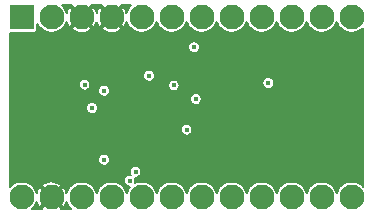
<source format=gbr>
%TF.GenerationSoftware,KiCad,Pcbnew,5.1.9+dfsg1-1~bpo10+1*%
%TF.CreationDate,Date%
%TF.ProjectId,LORA,4c4f5241-2e6b-4696-9361-645f70636258,v1.3*%
%TF.SameCoordinates,Original*%
%TF.FileFunction,Copper,L2,Inr*%
%TF.FilePolarity,Positive*%
%FSLAX46Y46*%
G04 Gerber Fmt 4.6, Leading zero omitted, Abs format (unit mm)*
G04 Created by KiCad*
%MOMM*%
%LPD*%
G01*
G04 APERTURE LIST*
%TA.AperFunction,ComponentPad*%
%ADD10R,2.100000X2.100000*%
%TD*%
%TA.AperFunction,ComponentPad*%
%ADD11C,2.100000*%
%TD*%
%TA.AperFunction,ViaPad*%
%ADD12C,0.450000*%
%TD*%
%TA.AperFunction,Conductor*%
%ADD13C,0.150000*%
%TD*%
%TA.AperFunction,Conductor*%
%ADD14C,0.100000*%
%TD*%
G04 APERTURE END LIST*
D10*
%TO.N,N/C*%
%TO.C,A1*%
X0Y0D03*
D11*
X2540000Y0D03*
%TO.N,GND*%
X5080000Y0D03*
%TO.N,CS0*%
X27940000Y-15240000D03*
%TO.N,GND*%
X7620000Y0D03*
%TO.N,COPI*%
X25400000Y-15240000D03*
%TO.N,N/C*%
X10160000Y0D03*
%TO.N,CIPO*%
X22860000Y-15240000D03*
%TO.N,N/C*%
X12700000Y0D03*
%TO.N,SCK*%
X20320000Y-15240000D03*
%TO.N,N/C*%
X15240000Y0D03*
X17780000Y-15240000D03*
%TO.N,DIO1*%
X17780000Y0D03*
%TO.N,N/C*%
X15240000Y-15240000D03*
X20320000Y0D03*
X12700000Y-15240000D03*
%TO.N,DIO0*%
X22860000Y0D03*
%TO.N,N/C*%
X10160000Y-15240000D03*
%TO.N,RFRST*%
X25400000Y0D03*
%TO.N,+3V3*%
X7620000Y-15240000D03*
%TO.N,N/C*%
X27940000Y0D03*
X5080000Y-15240000D03*
%TO.N,GND*%
X2540000Y-15240000D03*
%TO.N,N/C*%
X0Y-15240000D03*
%TD*%
D12*
%TO.N,GND*%
X3810000Y-13335000D03*
X2540000Y-1905000D03*
X1270000Y-13970000D03*
X0Y-12700000D03*
X2540000Y-11430000D03*
X2540000Y-9525000D03*
X2540000Y-7620000D03*
X2540000Y-5715000D03*
X0Y-2540000D03*
X19939000Y-7620000D03*
X18288000Y-8890000D03*
X19939000Y-8890000D03*
X21082000Y-12319000D03*
X22225000Y-12319000D03*
X23495000Y-12319000D03*
X8191500Y-12890500D03*
X13970000Y-8255000D03*
X13990616Y-10536216D03*
X13208000Y-3810000D03*
X19939000Y-6477000D03*
X24638000Y-6858000D03*
X24638000Y-8382000D03*
X24765000Y-12319000D03*
X26162000Y-12319000D03*
X3810000Y-1143000D03*
X26670000Y-2540000D03*
X13970000Y-1143000D03*
X16510000Y-1143000D03*
X22225000Y-4445000D03*
X24130000Y-2540000D03*
X15240000Y-3810000D03*
X22225000Y-6667500D03*
X13970000Y-7264400D03*
X3810000Y-5715000D03*
X3810000Y-7620000D03*
X3810000Y-9525000D03*
X11430000Y-7620000D03*
X8890000Y-7620000D03*
X8890000Y-10160000D03*
X11430000Y-10160000D03*
X11430000Y-1143000D03*
X2540000Y-3810000D03*
X18669000Y-11811000D03*
X4064000Y-12446000D03*
X4064000Y-11303000D03*
X18415000Y-3683000D03*
X19939000Y-3683000D03*
X6731000Y-3175000D03*
X15240000Y-5334000D03*
X19050000Y-1143000D03*
X10922000Y-3810000D03*
X24638000Y-6096000D03*
X24638000Y-9144000D03*
%TO.N,+3V3*%
X13970000Y-9525000D03*
X6985000Y-12065000D03*
X20891500Y-5562600D03*
X10795000Y-4953000D03*
X12890500Y-5778500D03*
X14755000Y-6931800D03*
%TO.N,Net-(JP1-Pad1)*%
X14605000Y-2540000D03*
X5969000Y-7679990D03*
%TO.N,CIPO*%
X9652000Y-13081000D03*
%TO.N,SCK*%
X9143990Y-13843000D03*
%TO.N,DIO0*%
X5334000Y-5715000D03*
%TO.N,RFRST*%
X6985000Y-6223000D03*
%TD*%
D13*
%TO.N,GND*%
X4241773Y944293D02*
X5080000Y106066D01*
X5918227Y944293D01*
X5884205Y995000D01*
X6815795Y995000D01*
X6781773Y944293D01*
X7620000Y106066D01*
X8458227Y944293D01*
X8424205Y995000D01*
X9281167Y995000D01*
X9130805Y844638D01*
X8985800Y627623D01*
X8886836Y388703D01*
X8841177Y530455D01*
X8739508Y720666D01*
X8564293Y838227D01*
X7726066Y0D01*
X8564293Y-838227D01*
X8739508Y-720666D01*
X8858592Y-488414D01*
X8886926Y-388919D01*
X8985800Y-627623D01*
X9130805Y-844638D01*
X9315362Y-1029195D01*
X9532377Y-1174200D01*
X9773512Y-1274081D01*
X10029499Y-1325000D01*
X10290501Y-1325000D01*
X10546488Y-1274081D01*
X10787623Y-1174200D01*
X11004638Y-1029195D01*
X11189195Y-844638D01*
X11334200Y-627623D01*
X11430000Y-396340D01*
X11525800Y-627623D01*
X11670805Y-844638D01*
X11855362Y-1029195D01*
X12072377Y-1174200D01*
X12313512Y-1274081D01*
X12569499Y-1325000D01*
X12830501Y-1325000D01*
X13086488Y-1274081D01*
X13327623Y-1174200D01*
X13544638Y-1029195D01*
X13729195Y-844638D01*
X13874200Y-627623D01*
X13970000Y-396340D01*
X14065800Y-627623D01*
X14210805Y-844638D01*
X14395362Y-1029195D01*
X14612377Y-1174200D01*
X14853512Y-1274081D01*
X15109499Y-1325000D01*
X15370501Y-1325000D01*
X15626488Y-1274081D01*
X15867623Y-1174200D01*
X16084638Y-1029195D01*
X16269195Y-844638D01*
X16414200Y-627623D01*
X16510000Y-396340D01*
X16605800Y-627623D01*
X16750805Y-844638D01*
X16935362Y-1029195D01*
X17152377Y-1174200D01*
X17393512Y-1274081D01*
X17649499Y-1325000D01*
X17910501Y-1325000D01*
X18166488Y-1274081D01*
X18407623Y-1174200D01*
X18624638Y-1029195D01*
X18809195Y-844638D01*
X18954200Y-627623D01*
X19050000Y-396340D01*
X19145800Y-627623D01*
X19290805Y-844638D01*
X19475362Y-1029195D01*
X19692377Y-1174200D01*
X19933512Y-1274081D01*
X20189499Y-1325000D01*
X20450501Y-1325000D01*
X20706488Y-1274081D01*
X20947623Y-1174200D01*
X21164638Y-1029195D01*
X21349195Y-844638D01*
X21494200Y-627623D01*
X21590000Y-396340D01*
X21685800Y-627623D01*
X21830805Y-844638D01*
X22015362Y-1029195D01*
X22232377Y-1174200D01*
X22473512Y-1274081D01*
X22729499Y-1325000D01*
X22990501Y-1325000D01*
X23246488Y-1274081D01*
X23487623Y-1174200D01*
X23704638Y-1029195D01*
X23889195Y-844638D01*
X24034200Y-627623D01*
X24130000Y-396340D01*
X24225800Y-627623D01*
X24370805Y-844638D01*
X24555362Y-1029195D01*
X24772377Y-1174200D01*
X25013512Y-1274081D01*
X25269499Y-1325000D01*
X25530501Y-1325000D01*
X25786488Y-1274081D01*
X26027623Y-1174200D01*
X26244638Y-1029195D01*
X26429195Y-844638D01*
X26574200Y-627623D01*
X26670000Y-396340D01*
X26765800Y-627623D01*
X26910805Y-844638D01*
X27095362Y-1029195D01*
X27312377Y-1174200D01*
X27553512Y-1274081D01*
X27809499Y-1325000D01*
X28070501Y-1325000D01*
X28326488Y-1274081D01*
X28567623Y-1174200D01*
X28784638Y-1029195D01*
X28935000Y-878833D01*
X28935001Y-14361168D01*
X28784638Y-14210805D01*
X28567623Y-14065800D01*
X28326488Y-13965919D01*
X28070501Y-13915000D01*
X27809499Y-13915000D01*
X27553512Y-13965919D01*
X27312377Y-14065800D01*
X27095362Y-14210805D01*
X26910805Y-14395362D01*
X26765800Y-14612377D01*
X26670000Y-14843660D01*
X26574200Y-14612377D01*
X26429195Y-14395362D01*
X26244638Y-14210805D01*
X26027623Y-14065800D01*
X25786488Y-13965919D01*
X25530501Y-13915000D01*
X25269499Y-13915000D01*
X25013512Y-13965919D01*
X24772377Y-14065800D01*
X24555362Y-14210805D01*
X24370805Y-14395362D01*
X24225800Y-14612377D01*
X24130000Y-14843660D01*
X24034200Y-14612377D01*
X23889195Y-14395362D01*
X23704638Y-14210805D01*
X23487623Y-14065800D01*
X23246488Y-13965919D01*
X22990501Y-13915000D01*
X22729499Y-13915000D01*
X22473512Y-13965919D01*
X22232377Y-14065800D01*
X22015362Y-14210805D01*
X21830805Y-14395362D01*
X21685800Y-14612377D01*
X21590000Y-14843660D01*
X21494200Y-14612377D01*
X21349195Y-14395362D01*
X21164638Y-14210805D01*
X20947623Y-14065800D01*
X20706488Y-13965919D01*
X20450501Y-13915000D01*
X20189499Y-13915000D01*
X19933512Y-13965919D01*
X19692377Y-14065800D01*
X19475362Y-14210805D01*
X19290805Y-14395362D01*
X19145800Y-14612377D01*
X19050000Y-14843660D01*
X18954200Y-14612377D01*
X18809195Y-14395362D01*
X18624638Y-14210805D01*
X18407623Y-14065800D01*
X18166488Y-13965919D01*
X17910501Y-13915000D01*
X17649499Y-13915000D01*
X17393512Y-13965919D01*
X17152377Y-14065800D01*
X16935362Y-14210805D01*
X16750805Y-14395362D01*
X16605800Y-14612377D01*
X16510000Y-14843660D01*
X16414200Y-14612377D01*
X16269195Y-14395362D01*
X16084638Y-14210805D01*
X15867623Y-14065800D01*
X15626488Y-13965919D01*
X15370501Y-13915000D01*
X15109499Y-13915000D01*
X14853512Y-13965919D01*
X14612377Y-14065800D01*
X14395362Y-14210805D01*
X14210805Y-14395362D01*
X14065800Y-14612377D01*
X13970000Y-14843660D01*
X13874200Y-14612377D01*
X13729195Y-14395362D01*
X13544638Y-14210805D01*
X13327623Y-14065800D01*
X13086488Y-13965919D01*
X12830501Y-13915000D01*
X12569499Y-13915000D01*
X12313512Y-13965919D01*
X12072377Y-14065800D01*
X11855362Y-14210805D01*
X11670805Y-14395362D01*
X11525800Y-14612377D01*
X11430000Y-14843660D01*
X11334200Y-14612377D01*
X11189195Y-14395362D01*
X11004638Y-14210805D01*
X10787623Y-14065800D01*
X10546488Y-13965919D01*
X10290501Y-13915000D01*
X10029499Y-13915000D01*
X9773512Y-13965919D01*
X9605434Y-14035539D01*
X9624775Y-13988845D01*
X9643990Y-13892246D01*
X9643990Y-13793754D01*
X9624775Y-13697155D01*
X9587084Y-13606161D01*
X9565293Y-13573548D01*
X9602754Y-13581000D01*
X9701246Y-13581000D01*
X9797845Y-13561785D01*
X9888839Y-13524094D01*
X9970731Y-13469375D01*
X10040375Y-13399731D01*
X10095094Y-13317839D01*
X10132785Y-13226845D01*
X10152000Y-13130246D01*
X10152000Y-13031754D01*
X10132785Y-12935155D01*
X10095094Y-12844161D01*
X10040375Y-12762269D01*
X9970731Y-12692625D01*
X9888839Y-12637906D01*
X9797845Y-12600215D01*
X9701246Y-12581000D01*
X9602754Y-12581000D01*
X9506155Y-12600215D01*
X9415161Y-12637906D01*
X9333269Y-12692625D01*
X9263625Y-12762269D01*
X9208906Y-12844161D01*
X9171215Y-12935155D01*
X9152000Y-13031754D01*
X9152000Y-13130246D01*
X9171215Y-13226845D01*
X9208906Y-13317839D01*
X9230697Y-13350452D01*
X9193236Y-13343000D01*
X9094744Y-13343000D01*
X8998145Y-13362215D01*
X8907151Y-13399906D01*
X8825259Y-13454625D01*
X8755615Y-13524269D01*
X8700896Y-13606161D01*
X8663205Y-13697155D01*
X8643990Y-13793754D01*
X8643990Y-13892246D01*
X8663205Y-13988845D01*
X8700896Y-14079839D01*
X8755615Y-14161731D01*
X8825259Y-14231375D01*
X8907151Y-14286094D01*
X8998145Y-14323785D01*
X9094744Y-14343000D01*
X9183167Y-14343000D01*
X9130805Y-14395362D01*
X8985800Y-14612377D01*
X8890000Y-14843660D01*
X8794200Y-14612377D01*
X8649195Y-14395362D01*
X8464638Y-14210805D01*
X8247623Y-14065800D01*
X8006488Y-13965919D01*
X7750501Y-13915000D01*
X7489499Y-13915000D01*
X7233512Y-13965919D01*
X6992377Y-14065800D01*
X6775362Y-14210805D01*
X6590805Y-14395362D01*
X6445800Y-14612377D01*
X6350000Y-14843660D01*
X6254200Y-14612377D01*
X6109195Y-14395362D01*
X5924638Y-14210805D01*
X5707623Y-14065800D01*
X5466488Y-13965919D01*
X5210501Y-13915000D01*
X4949499Y-13915000D01*
X4693512Y-13965919D01*
X4452377Y-14065800D01*
X4235362Y-14210805D01*
X4050805Y-14395362D01*
X3905800Y-14612377D01*
X3806836Y-14851297D01*
X3761177Y-14709545D01*
X3659508Y-14519334D01*
X3484293Y-14401773D01*
X2646066Y-15240000D01*
X3484293Y-16078227D01*
X3659508Y-15960666D01*
X3778592Y-15728414D01*
X3806926Y-15628919D01*
X3905800Y-15867623D01*
X4050805Y-16084638D01*
X4201167Y-16235000D01*
X3344205Y-16235000D01*
X3378227Y-16184293D01*
X2540000Y-15346066D01*
X1701773Y-16184293D01*
X1735795Y-16235000D01*
X878833Y-16235000D01*
X1029195Y-16084638D01*
X1174200Y-15867623D01*
X1273164Y-15628703D01*
X1318823Y-15770455D01*
X1420492Y-15960666D01*
X1595707Y-16078227D01*
X2433934Y-15240000D01*
X1595707Y-14401773D01*
X1420492Y-14519334D01*
X1301408Y-14751586D01*
X1273074Y-14851081D01*
X1174200Y-14612377D01*
X1029195Y-14395362D01*
X929540Y-14295707D01*
X1701773Y-14295707D01*
X2540000Y-15133934D01*
X3378227Y-14295707D01*
X3260666Y-14120492D01*
X3028414Y-14001408D01*
X2777392Y-13929923D01*
X2517247Y-13908783D01*
X2257977Y-13938801D01*
X2009545Y-14018823D01*
X1819334Y-14120492D01*
X1701773Y-14295707D01*
X929540Y-14295707D01*
X844638Y-14210805D01*
X627623Y-14065800D01*
X386488Y-13965919D01*
X130501Y-13915000D01*
X-130501Y-13915000D01*
X-386488Y-13965919D01*
X-627623Y-14065800D01*
X-844638Y-14210805D01*
X-995000Y-14361167D01*
X-995000Y-12015754D01*
X6485000Y-12015754D01*
X6485000Y-12114246D01*
X6504215Y-12210845D01*
X6541906Y-12301839D01*
X6596625Y-12383731D01*
X6666269Y-12453375D01*
X6748161Y-12508094D01*
X6839155Y-12545785D01*
X6935754Y-12565000D01*
X7034246Y-12565000D01*
X7130845Y-12545785D01*
X7221839Y-12508094D01*
X7303731Y-12453375D01*
X7373375Y-12383731D01*
X7428094Y-12301839D01*
X7465785Y-12210845D01*
X7485000Y-12114246D01*
X7485000Y-12015754D01*
X7465785Y-11919155D01*
X7428094Y-11828161D01*
X7373375Y-11746269D01*
X7303731Y-11676625D01*
X7221839Y-11621906D01*
X7130845Y-11584215D01*
X7034246Y-11565000D01*
X6935754Y-11565000D01*
X6839155Y-11584215D01*
X6748161Y-11621906D01*
X6666269Y-11676625D01*
X6596625Y-11746269D01*
X6541906Y-11828161D01*
X6504215Y-11919155D01*
X6485000Y-12015754D01*
X-995000Y-12015754D01*
X-995000Y-9475754D01*
X13470000Y-9475754D01*
X13470000Y-9574246D01*
X13489215Y-9670845D01*
X13526906Y-9761839D01*
X13581625Y-9843731D01*
X13651269Y-9913375D01*
X13733161Y-9968094D01*
X13824155Y-10005785D01*
X13920754Y-10025000D01*
X14019246Y-10025000D01*
X14115845Y-10005785D01*
X14206839Y-9968094D01*
X14288731Y-9913375D01*
X14358375Y-9843731D01*
X14413094Y-9761839D01*
X14450785Y-9670845D01*
X14470000Y-9574246D01*
X14470000Y-9475754D01*
X14450785Y-9379155D01*
X14413094Y-9288161D01*
X14358375Y-9206269D01*
X14288731Y-9136625D01*
X14206839Y-9081906D01*
X14115845Y-9044215D01*
X14019246Y-9025000D01*
X13920754Y-9025000D01*
X13824155Y-9044215D01*
X13733161Y-9081906D01*
X13651269Y-9136625D01*
X13581625Y-9206269D01*
X13526906Y-9288161D01*
X13489215Y-9379155D01*
X13470000Y-9475754D01*
X-995000Y-9475754D01*
X-995000Y-7630744D01*
X5469000Y-7630744D01*
X5469000Y-7729236D01*
X5488215Y-7825835D01*
X5525906Y-7916829D01*
X5580625Y-7998721D01*
X5650269Y-8068365D01*
X5732161Y-8123084D01*
X5823155Y-8160775D01*
X5919754Y-8179990D01*
X6018246Y-8179990D01*
X6114845Y-8160775D01*
X6205839Y-8123084D01*
X6287731Y-8068365D01*
X6357375Y-7998721D01*
X6412094Y-7916829D01*
X6449785Y-7825835D01*
X6469000Y-7729236D01*
X6469000Y-7630744D01*
X6449785Y-7534145D01*
X6412094Y-7443151D01*
X6357375Y-7361259D01*
X6287731Y-7291615D01*
X6205839Y-7236896D01*
X6114845Y-7199205D01*
X6018246Y-7179990D01*
X5919754Y-7179990D01*
X5823155Y-7199205D01*
X5732161Y-7236896D01*
X5650269Y-7291615D01*
X5580625Y-7361259D01*
X5525906Y-7443151D01*
X5488215Y-7534145D01*
X5469000Y-7630744D01*
X-995000Y-7630744D01*
X-995000Y-6882554D01*
X14255000Y-6882554D01*
X14255000Y-6981046D01*
X14274215Y-7077645D01*
X14311906Y-7168639D01*
X14366625Y-7250531D01*
X14436269Y-7320175D01*
X14518161Y-7374894D01*
X14609155Y-7412585D01*
X14705754Y-7431800D01*
X14804246Y-7431800D01*
X14900845Y-7412585D01*
X14991839Y-7374894D01*
X15073731Y-7320175D01*
X15143375Y-7250531D01*
X15198094Y-7168639D01*
X15235785Y-7077645D01*
X15255000Y-6981046D01*
X15255000Y-6882554D01*
X15235785Y-6785955D01*
X15198094Y-6694961D01*
X15143375Y-6613069D01*
X15073731Y-6543425D01*
X14991839Y-6488706D01*
X14900845Y-6451015D01*
X14804246Y-6431800D01*
X14705754Y-6431800D01*
X14609155Y-6451015D01*
X14518161Y-6488706D01*
X14436269Y-6543425D01*
X14366625Y-6613069D01*
X14311906Y-6694961D01*
X14274215Y-6785955D01*
X14255000Y-6882554D01*
X-995000Y-6882554D01*
X-995000Y-5665754D01*
X4834000Y-5665754D01*
X4834000Y-5764246D01*
X4853215Y-5860845D01*
X4890906Y-5951839D01*
X4945625Y-6033731D01*
X5015269Y-6103375D01*
X5097161Y-6158094D01*
X5188155Y-6195785D01*
X5284754Y-6215000D01*
X5383246Y-6215000D01*
X5479845Y-6195785D01*
X5533032Y-6173754D01*
X6485000Y-6173754D01*
X6485000Y-6272246D01*
X6504215Y-6368845D01*
X6541906Y-6459839D01*
X6596625Y-6541731D01*
X6666269Y-6611375D01*
X6748161Y-6666094D01*
X6839155Y-6703785D01*
X6935754Y-6723000D01*
X7034246Y-6723000D01*
X7130845Y-6703785D01*
X7221839Y-6666094D01*
X7303731Y-6611375D01*
X7373375Y-6541731D01*
X7428094Y-6459839D01*
X7465785Y-6368845D01*
X7485000Y-6272246D01*
X7485000Y-6173754D01*
X7465785Y-6077155D01*
X7428094Y-5986161D01*
X7373375Y-5904269D01*
X7303731Y-5834625D01*
X7221839Y-5779906D01*
X7130845Y-5742215D01*
X7065687Y-5729254D01*
X12390500Y-5729254D01*
X12390500Y-5827746D01*
X12409715Y-5924345D01*
X12447406Y-6015339D01*
X12502125Y-6097231D01*
X12571769Y-6166875D01*
X12653661Y-6221594D01*
X12744655Y-6259285D01*
X12841254Y-6278500D01*
X12939746Y-6278500D01*
X13036345Y-6259285D01*
X13127339Y-6221594D01*
X13209231Y-6166875D01*
X13278875Y-6097231D01*
X13333594Y-6015339D01*
X13371285Y-5924345D01*
X13390500Y-5827746D01*
X13390500Y-5729254D01*
X13371285Y-5632655D01*
X13333594Y-5541661D01*
X13314680Y-5513354D01*
X20391500Y-5513354D01*
X20391500Y-5611846D01*
X20410715Y-5708445D01*
X20448406Y-5799439D01*
X20503125Y-5881331D01*
X20572769Y-5950975D01*
X20654661Y-6005694D01*
X20745655Y-6043385D01*
X20842254Y-6062600D01*
X20940746Y-6062600D01*
X21037345Y-6043385D01*
X21128339Y-6005694D01*
X21210231Y-5950975D01*
X21279875Y-5881331D01*
X21334594Y-5799439D01*
X21372285Y-5708445D01*
X21391500Y-5611846D01*
X21391500Y-5513354D01*
X21372285Y-5416755D01*
X21334594Y-5325761D01*
X21279875Y-5243869D01*
X21210231Y-5174225D01*
X21128339Y-5119506D01*
X21037345Y-5081815D01*
X20940746Y-5062600D01*
X20842254Y-5062600D01*
X20745655Y-5081815D01*
X20654661Y-5119506D01*
X20572769Y-5174225D01*
X20503125Y-5243869D01*
X20448406Y-5325761D01*
X20410715Y-5416755D01*
X20391500Y-5513354D01*
X13314680Y-5513354D01*
X13278875Y-5459769D01*
X13209231Y-5390125D01*
X13127339Y-5335406D01*
X13036345Y-5297715D01*
X12939746Y-5278500D01*
X12841254Y-5278500D01*
X12744655Y-5297715D01*
X12653661Y-5335406D01*
X12571769Y-5390125D01*
X12502125Y-5459769D01*
X12447406Y-5541661D01*
X12409715Y-5632655D01*
X12390500Y-5729254D01*
X7065687Y-5729254D01*
X7034246Y-5723000D01*
X6935754Y-5723000D01*
X6839155Y-5742215D01*
X6748161Y-5779906D01*
X6666269Y-5834625D01*
X6596625Y-5904269D01*
X6541906Y-5986161D01*
X6504215Y-6077155D01*
X6485000Y-6173754D01*
X5533032Y-6173754D01*
X5570839Y-6158094D01*
X5652731Y-6103375D01*
X5722375Y-6033731D01*
X5777094Y-5951839D01*
X5814785Y-5860845D01*
X5834000Y-5764246D01*
X5834000Y-5665754D01*
X5814785Y-5569155D01*
X5777094Y-5478161D01*
X5722375Y-5396269D01*
X5652731Y-5326625D01*
X5570839Y-5271906D01*
X5479845Y-5234215D01*
X5383246Y-5215000D01*
X5284754Y-5215000D01*
X5188155Y-5234215D01*
X5097161Y-5271906D01*
X5015269Y-5326625D01*
X4945625Y-5396269D01*
X4890906Y-5478161D01*
X4853215Y-5569155D01*
X4834000Y-5665754D01*
X-995000Y-5665754D01*
X-995000Y-4903754D01*
X10295000Y-4903754D01*
X10295000Y-5002246D01*
X10314215Y-5098845D01*
X10351906Y-5189839D01*
X10406625Y-5271731D01*
X10476269Y-5341375D01*
X10558161Y-5396094D01*
X10649155Y-5433785D01*
X10745754Y-5453000D01*
X10844246Y-5453000D01*
X10940845Y-5433785D01*
X11031839Y-5396094D01*
X11113731Y-5341375D01*
X11183375Y-5271731D01*
X11238094Y-5189839D01*
X11275785Y-5098845D01*
X11295000Y-5002246D01*
X11295000Y-4903754D01*
X11275785Y-4807155D01*
X11238094Y-4716161D01*
X11183375Y-4634269D01*
X11113731Y-4564625D01*
X11031839Y-4509906D01*
X10940845Y-4472215D01*
X10844246Y-4453000D01*
X10745754Y-4453000D01*
X10649155Y-4472215D01*
X10558161Y-4509906D01*
X10476269Y-4564625D01*
X10406625Y-4634269D01*
X10351906Y-4716161D01*
X10314215Y-4807155D01*
X10295000Y-4903754D01*
X-995000Y-4903754D01*
X-995000Y-2490754D01*
X14105000Y-2490754D01*
X14105000Y-2589246D01*
X14124215Y-2685845D01*
X14161906Y-2776839D01*
X14216625Y-2858731D01*
X14286269Y-2928375D01*
X14368161Y-2983094D01*
X14459155Y-3020785D01*
X14555754Y-3040000D01*
X14654246Y-3040000D01*
X14750845Y-3020785D01*
X14841839Y-2983094D01*
X14923731Y-2928375D01*
X14993375Y-2858731D01*
X15048094Y-2776839D01*
X15085785Y-2685845D01*
X15105000Y-2589246D01*
X15105000Y-2490754D01*
X15085785Y-2394155D01*
X15048094Y-2303161D01*
X14993375Y-2221269D01*
X14923731Y-2151625D01*
X14841839Y-2096906D01*
X14750845Y-2059215D01*
X14654246Y-2040000D01*
X14555754Y-2040000D01*
X14459155Y-2059215D01*
X14368161Y-2096906D01*
X14286269Y-2151625D01*
X14216625Y-2221269D01*
X14161906Y-2303161D01*
X14124215Y-2394155D01*
X14105000Y-2490754D01*
X-995000Y-2490754D01*
X-995000Y-1326330D01*
X1050000Y-1326330D01*
X1103909Y-1321020D01*
X1155747Y-1305296D01*
X1203521Y-1279760D01*
X1245395Y-1245395D01*
X1279760Y-1203521D01*
X1305296Y-1155747D01*
X1321020Y-1103909D01*
X1326330Y-1050000D01*
X1326330Y-532334D01*
X1365800Y-627623D01*
X1510805Y-844638D01*
X1695362Y-1029195D01*
X1912377Y-1174200D01*
X2153512Y-1274081D01*
X2409499Y-1325000D01*
X2670501Y-1325000D01*
X2926488Y-1274081D01*
X3167623Y-1174200D01*
X3384638Y-1029195D01*
X3469540Y-944293D01*
X4241773Y-944293D01*
X4359334Y-1119508D01*
X4591586Y-1238592D01*
X4842608Y-1310077D01*
X5102753Y-1331217D01*
X5362023Y-1301199D01*
X5610455Y-1221177D01*
X5800666Y-1119508D01*
X5918227Y-944293D01*
X6781773Y-944293D01*
X6899334Y-1119508D01*
X7131586Y-1238592D01*
X7382608Y-1310077D01*
X7642753Y-1331217D01*
X7902023Y-1301199D01*
X8150455Y-1221177D01*
X8340666Y-1119508D01*
X8458227Y-944293D01*
X7620000Y-106066D01*
X6781773Y-944293D01*
X5918227Y-944293D01*
X5080000Y-106066D01*
X4241773Y-944293D01*
X3469540Y-944293D01*
X3569195Y-844638D01*
X3714200Y-627623D01*
X3813164Y-388703D01*
X3858823Y-530455D01*
X3960492Y-720666D01*
X4135707Y-838227D01*
X4973934Y0D01*
X5186066Y0D01*
X6024293Y-838227D01*
X6199508Y-720666D01*
X6318592Y-488414D01*
X6349885Y-378526D01*
X6398823Y-530455D01*
X6500492Y-720666D01*
X6675707Y-838227D01*
X7513934Y0D01*
X6675707Y838227D01*
X6500492Y720666D01*
X6381408Y488414D01*
X6350115Y378526D01*
X6301177Y530455D01*
X6199508Y720666D01*
X6024293Y838227D01*
X5186066Y0D01*
X4973934Y0D01*
X4135707Y838227D01*
X3960492Y720666D01*
X3841408Y488414D01*
X3813074Y388919D01*
X3714200Y627623D01*
X3569195Y844638D01*
X3418833Y995000D01*
X4275795Y995000D01*
X4241773Y944293D01*
%TA.AperFunction,Conductor*%
D14*
G36*
X4241773Y944293D02*
G01*
X5080000Y106066D01*
X5918227Y944293D01*
X5884205Y995000D01*
X6815795Y995000D01*
X6781773Y944293D01*
X7620000Y106066D01*
X8458227Y944293D01*
X8424205Y995000D01*
X9281167Y995000D01*
X9130805Y844638D01*
X8985800Y627623D01*
X8886836Y388703D01*
X8841177Y530455D01*
X8739508Y720666D01*
X8564293Y838227D01*
X7726066Y0D01*
X8564293Y-838227D01*
X8739508Y-720666D01*
X8858592Y-488414D01*
X8886926Y-388919D01*
X8985800Y-627623D01*
X9130805Y-844638D01*
X9315362Y-1029195D01*
X9532377Y-1174200D01*
X9773512Y-1274081D01*
X10029499Y-1325000D01*
X10290501Y-1325000D01*
X10546488Y-1274081D01*
X10787623Y-1174200D01*
X11004638Y-1029195D01*
X11189195Y-844638D01*
X11334200Y-627623D01*
X11430000Y-396340D01*
X11525800Y-627623D01*
X11670805Y-844638D01*
X11855362Y-1029195D01*
X12072377Y-1174200D01*
X12313512Y-1274081D01*
X12569499Y-1325000D01*
X12830501Y-1325000D01*
X13086488Y-1274081D01*
X13327623Y-1174200D01*
X13544638Y-1029195D01*
X13729195Y-844638D01*
X13874200Y-627623D01*
X13970000Y-396340D01*
X14065800Y-627623D01*
X14210805Y-844638D01*
X14395362Y-1029195D01*
X14612377Y-1174200D01*
X14853512Y-1274081D01*
X15109499Y-1325000D01*
X15370501Y-1325000D01*
X15626488Y-1274081D01*
X15867623Y-1174200D01*
X16084638Y-1029195D01*
X16269195Y-844638D01*
X16414200Y-627623D01*
X16510000Y-396340D01*
X16605800Y-627623D01*
X16750805Y-844638D01*
X16935362Y-1029195D01*
X17152377Y-1174200D01*
X17393512Y-1274081D01*
X17649499Y-1325000D01*
X17910501Y-1325000D01*
X18166488Y-1274081D01*
X18407623Y-1174200D01*
X18624638Y-1029195D01*
X18809195Y-844638D01*
X18954200Y-627623D01*
X19050000Y-396340D01*
X19145800Y-627623D01*
X19290805Y-844638D01*
X19475362Y-1029195D01*
X19692377Y-1174200D01*
X19933512Y-1274081D01*
X20189499Y-1325000D01*
X20450501Y-1325000D01*
X20706488Y-1274081D01*
X20947623Y-1174200D01*
X21164638Y-1029195D01*
X21349195Y-844638D01*
X21494200Y-627623D01*
X21590000Y-396340D01*
X21685800Y-627623D01*
X21830805Y-844638D01*
X22015362Y-1029195D01*
X22232377Y-1174200D01*
X22473512Y-1274081D01*
X22729499Y-1325000D01*
X22990501Y-1325000D01*
X23246488Y-1274081D01*
X23487623Y-1174200D01*
X23704638Y-1029195D01*
X23889195Y-844638D01*
X24034200Y-627623D01*
X24130000Y-396340D01*
X24225800Y-627623D01*
X24370805Y-844638D01*
X24555362Y-1029195D01*
X24772377Y-1174200D01*
X25013512Y-1274081D01*
X25269499Y-1325000D01*
X25530501Y-1325000D01*
X25786488Y-1274081D01*
X26027623Y-1174200D01*
X26244638Y-1029195D01*
X26429195Y-844638D01*
X26574200Y-627623D01*
X26670000Y-396340D01*
X26765800Y-627623D01*
X26910805Y-844638D01*
X27095362Y-1029195D01*
X27312377Y-1174200D01*
X27553512Y-1274081D01*
X27809499Y-1325000D01*
X28070501Y-1325000D01*
X28326488Y-1274081D01*
X28567623Y-1174200D01*
X28784638Y-1029195D01*
X28935000Y-878833D01*
X28935001Y-14361168D01*
X28784638Y-14210805D01*
X28567623Y-14065800D01*
X28326488Y-13965919D01*
X28070501Y-13915000D01*
X27809499Y-13915000D01*
X27553512Y-13965919D01*
X27312377Y-14065800D01*
X27095362Y-14210805D01*
X26910805Y-14395362D01*
X26765800Y-14612377D01*
X26670000Y-14843660D01*
X26574200Y-14612377D01*
X26429195Y-14395362D01*
X26244638Y-14210805D01*
X26027623Y-14065800D01*
X25786488Y-13965919D01*
X25530501Y-13915000D01*
X25269499Y-13915000D01*
X25013512Y-13965919D01*
X24772377Y-14065800D01*
X24555362Y-14210805D01*
X24370805Y-14395362D01*
X24225800Y-14612377D01*
X24130000Y-14843660D01*
X24034200Y-14612377D01*
X23889195Y-14395362D01*
X23704638Y-14210805D01*
X23487623Y-14065800D01*
X23246488Y-13965919D01*
X22990501Y-13915000D01*
X22729499Y-13915000D01*
X22473512Y-13965919D01*
X22232377Y-14065800D01*
X22015362Y-14210805D01*
X21830805Y-14395362D01*
X21685800Y-14612377D01*
X21590000Y-14843660D01*
X21494200Y-14612377D01*
X21349195Y-14395362D01*
X21164638Y-14210805D01*
X20947623Y-14065800D01*
X20706488Y-13965919D01*
X20450501Y-13915000D01*
X20189499Y-13915000D01*
X19933512Y-13965919D01*
X19692377Y-14065800D01*
X19475362Y-14210805D01*
X19290805Y-14395362D01*
X19145800Y-14612377D01*
X19050000Y-14843660D01*
X18954200Y-14612377D01*
X18809195Y-14395362D01*
X18624638Y-14210805D01*
X18407623Y-14065800D01*
X18166488Y-13965919D01*
X17910501Y-13915000D01*
X17649499Y-13915000D01*
X17393512Y-13965919D01*
X17152377Y-14065800D01*
X16935362Y-14210805D01*
X16750805Y-14395362D01*
X16605800Y-14612377D01*
X16510000Y-14843660D01*
X16414200Y-14612377D01*
X16269195Y-14395362D01*
X16084638Y-14210805D01*
X15867623Y-14065800D01*
X15626488Y-13965919D01*
X15370501Y-13915000D01*
X15109499Y-13915000D01*
X14853512Y-13965919D01*
X14612377Y-14065800D01*
X14395362Y-14210805D01*
X14210805Y-14395362D01*
X14065800Y-14612377D01*
X13970000Y-14843660D01*
X13874200Y-14612377D01*
X13729195Y-14395362D01*
X13544638Y-14210805D01*
X13327623Y-14065800D01*
X13086488Y-13965919D01*
X12830501Y-13915000D01*
X12569499Y-13915000D01*
X12313512Y-13965919D01*
X12072377Y-14065800D01*
X11855362Y-14210805D01*
X11670805Y-14395362D01*
X11525800Y-14612377D01*
X11430000Y-14843660D01*
X11334200Y-14612377D01*
X11189195Y-14395362D01*
X11004638Y-14210805D01*
X10787623Y-14065800D01*
X10546488Y-13965919D01*
X10290501Y-13915000D01*
X10029499Y-13915000D01*
X9773512Y-13965919D01*
X9605434Y-14035539D01*
X9624775Y-13988845D01*
X9643990Y-13892246D01*
X9643990Y-13793754D01*
X9624775Y-13697155D01*
X9587084Y-13606161D01*
X9565293Y-13573548D01*
X9602754Y-13581000D01*
X9701246Y-13581000D01*
X9797845Y-13561785D01*
X9888839Y-13524094D01*
X9970731Y-13469375D01*
X10040375Y-13399731D01*
X10095094Y-13317839D01*
X10132785Y-13226845D01*
X10152000Y-13130246D01*
X10152000Y-13031754D01*
X10132785Y-12935155D01*
X10095094Y-12844161D01*
X10040375Y-12762269D01*
X9970731Y-12692625D01*
X9888839Y-12637906D01*
X9797845Y-12600215D01*
X9701246Y-12581000D01*
X9602754Y-12581000D01*
X9506155Y-12600215D01*
X9415161Y-12637906D01*
X9333269Y-12692625D01*
X9263625Y-12762269D01*
X9208906Y-12844161D01*
X9171215Y-12935155D01*
X9152000Y-13031754D01*
X9152000Y-13130246D01*
X9171215Y-13226845D01*
X9208906Y-13317839D01*
X9230697Y-13350452D01*
X9193236Y-13343000D01*
X9094744Y-13343000D01*
X8998145Y-13362215D01*
X8907151Y-13399906D01*
X8825259Y-13454625D01*
X8755615Y-13524269D01*
X8700896Y-13606161D01*
X8663205Y-13697155D01*
X8643990Y-13793754D01*
X8643990Y-13892246D01*
X8663205Y-13988845D01*
X8700896Y-14079839D01*
X8755615Y-14161731D01*
X8825259Y-14231375D01*
X8907151Y-14286094D01*
X8998145Y-14323785D01*
X9094744Y-14343000D01*
X9183167Y-14343000D01*
X9130805Y-14395362D01*
X8985800Y-14612377D01*
X8890000Y-14843660D01*
X8794200Y-14612377D01*
X8649195Y-14395362D01*
X8464638Y-14210805D01*
X8247623Y-14065800D01*
X8006488Y-13965919D01*
X7750501Y-13915000D01*
X7489499Y-13915000D01*
X7233512Y-13965919D01*
X6992377Y-14065800D01*
X6775362Y-14210805D01*
X6590805Y-14395362D01*
X6445800Y-14612377D01*
X6350000Y-14843660D01*
X6254200Y-14612377D01*
X6109195Y-14395362D01*
X5924638Y-14210805D01*
X5707623Y-14065800D01*
X5466488Y-13965919D01*
X5210501Y-13915000D01*
X4949499Y-13915000D01*
X4693512Y-13965919D01*
X4452377Y-14065800D01*
X4235362Y-14210805D01*
X4050805Y-14395362D01*
X3905800Y-14612377D01*
X3806836Y-14851297D01*
X3761177Y-14709545D01*
X3659508Y-14519334D01*
X3484293Y-14401773D01*
X2646066Y-15240000D01*
X3484293Y-16078227D01*
X3659508Y-15960666D01*
X3778592Y-15728414D01*
X3806926Y-15628919D01*
X3905800Y-15867623D01*
X4050805Y-16084638D01*
X4201167Y-16235000D01*
X3344205Y-16235000D01*
X3378227Y-16184293D01*
X2540000Y-15346066D01*
X1701773Y-16184293D01*
X1735795Y-16235000D01*
X878833Y-16235000D01*
X1029195Y-16084638D01*
X1174200Y-15867623D01*
X1273164Y-15628703D01*
X1318823Y-15770455D01*
X1420492Y-15960666D01*
X1595707Y-16078227D01*
X2433934Y-15240000D01*
X1595707Y-14401773D01*
X1420492Y-14519334D01*
X1301408Y-14751586D01*
X1273074Y-14851081D01*
X1174200Y-14612377D01*
X1029195Y-14395362D01*
X929540Y-14295707D01*
X1701773Y-14295707D01*
X2540000Y-15133934D01*
X3378227Y-14295707D01*
X3260666Y-14120492D01*
X3028414Y-14001408D01*
X2777392Y-13929923D01*
X2517247Y-13908783D01*
X2257977Y-13938801D01*
X2009545Y-14018823D01*
X1819334Y-14120492D01*
X1701773Y-14295707D01*
X929540Y-14295707D01*
X844638Y-14210805D01*
X627623Y-14065800D01*
X386488Y-13965919D01*
X130501Y-13915000D01*
X-130501Y-13915000D01*
X-386488Y-13965919D01*
X-627623Y-14065800D01*
X-844638Y-14210805D01*
X-995000Y-14361167D01*
X-995000Y-12015754D01*
X6485000Y-12015754D01*
X6485000Y-12114246D01*
X6504215Y-12210845D01*
X6541906Y-12301839D01*
X6596625Y-12383731D01*
X6666269Y-12453375D01*
X6748161Y-12508094D01*
X6839155Y-12545785D01*
X6935754Y-12565000D01*
X7034246Y-12565000D01*
X7130845Y-12545785D01*
X7221839Y-12508094D01*
X7303731Y-12453375D01*
X7373375Y-12383731D01*
X7428094Y-12301839D01*
X7465785Y-12210845D01*
X7485000Y-12114246D01*
X7485000Y-12015754D01*
X7465785Y-11919155D01*
X7428094Y-11828161D01*
X7373375Y-11746269D01*
X7303731Y-11676625D01*
X7221839Y-11621906D01*
X7130845Y-11584215D01*
X7034246Y-11565000D01*
X6935754Y-11565000D01*
X6839155Y-11584215D01*
X6748161Y-11621906D01*
X6666269Y-11676625D01*
X6596625Y-11746269D01*
X6541906Y-11828161D01*
X6504215Y-11919155D01*
X6485000Y-12015754D01*
X-995000Y-12015754D01*
X-995000Y-9475754D01*
X13470000Y-9475754D01*
X13470000Y-9574246D01*
X13489215Y-9670845D01*
X13526906Y-9761839D01*
X13581625Y-9843731D01*
X13651269Y-9913375D01*
X13733161Y-9968094D01*
X13824155Y-10005785D01*
X13920754Y-10025000D01*
X14019246Y-10025000D01*
X14115845Y-10005785D01*
X14206839Y-9968094D01*
X14288731Y-9913375D01*
X14358375Y-9843731D01*
X14413094Y-9761839D01*
X14450785Y-9670845D01*
X14470000Y-9574246D01*
X14470000Y-9475754D01*
X14450785Y-9379155D01*
X14413094Y-9288161D01*
X14358375Y-9206269D01*
X14288731Y-9136625D01*
X14206839Y-9081906D01*
X14115845Y-9044215D01*
X14019246Y-9025000D01*
X13920754Y-9025000D01*
X13824155Y-9044215D01*
X13733161Y-9081906D01*
X13651269Y-9136625D01*
X13581625Y-9206269D01*
X13526906Y-9288161D01*
X13489215Y-9379155D01*
X13470000Y-9475754D01*
X-995000Y-9475754D01*
X-995000Y-7630744D01*
X5469000Y-7630744D01*
X5469000Y-7729236D01*
X5488215Y-7825835D01*
X5525906Y-7916829D01*
X5580625Y-7998721D01*
X5650269Y-8068365D01*
X5732161Y-8123084D01*
X5823155Y-8160775D01*
X5919754Y-8179990D01*
X6018246Y-8179990D01*
X6114845Y-8160775D01*
X6205839Y-8123084D01*
X6287731Y-8068365D01*
X6357375Y-7998721D01*
X6412094Y-7916829D01*
X6449785Y-7825835D01*
X6469000Y-7729236D01*
X6469000Y-7630744D01*
X6449785Y-7534145D01*
X6412094Y-7443151D01*
X6357375Y-7361259D01*
X6287731Y-7291615D01*
X6205839Y-7236896D01*
X6114845Y-7199205D01*
X6018246Y-7179990D01*
X5919754Y-7179990D01*
X5823155Y-7199205D01*
X5732161Y-7236896D01*
X5650269Y-7291615D01*
X5580625Y-7361259D01*
X5525906Y-7443151D01*
X5488215Y-7534145D01*
X5469000Y-7630744D01*
X-995000Y-7630744D01*
X-995000Y-6882554D01*
X14255000Y-6882554D01*
X14255000Y-6981046D01*
X14274215Y-7077645D01*
X14311906Y-7168639D01*
X14366625Y-7250531D01*
X14436269Y-7320175D01*
X14518161Y-7374894D01*
X14609155Y-7412585D01*
X14705754Y-7431800D01*
X14804246Y-7431800D01*
X14900845Y-7412585D01*
X14991839Y-7374894D01*
X15073731Y-7320175D01*
X15143375Y-7250531D01*
X15198094Y-7168639D01*
X15235785Y-7077645D01*
X15255000Y-6981046D01*
X15255000Y-6882554D01*
X15235785Y-6785955D01*
X15198094Y-6694961D01*
X15143375Y-6613069D01*
X15073731Y-6543425D01*
X14991839Y-6488706D01*
X14900845Y-6451015D01*
X14804246Y-6431800D01*
X14705754Y-6431800D01*
X14609155Y-6451015D01*
X14518161Y-6488706D01*
X14436269Y-6543425D01*
X14366625Y-6613069D01*
X14311906Y-6694961D01*
X14274215Y-6785955D01*
X14255000Y-6882554D01*
X-995000Y-6882554D01*
X-995000Y-5665754D01*
X4834000Y-5665754D01*
X4834000Y-5764246D01*
X4853215Y-5860845D01*
X4890906Y-5951839D01*
X4945625Y-6033731D01*
X5015269Y-6103375D01*
X5097161Y-6158094D01*
X5188155Y-6195785D01*
X5284754Y-6215000D01*
X5383246Y-6215000D01*
X5479845Y-6195785D01*
X5533032Y-6173754D01*
X6485000Y-6173754D01*
X6485000Y-6272246D01*
X6504215Y-6368845D01*
X6541906Y-6459839D01*
X6596625Y-6541731D01*
X6666269Y-6611375D01*
X6748161Y-6666094D01*
X6839155Y-6703785D01*
X6935754Y-6723000D01*
X7034246Y-6723000D01*
X7130845Y-6703785D01*
X7221839Y-6666094D01*
X7303731Y-6611375D01*
X7373375Y-6541731D01*
X7428094Y-6459839D01*
X7465785Y-6368845D01*
X7485000Y-6272246D01*
X7485000Y-6173754D01*
X7465785Y-6077155D01*
X7428094Y-5986161D01*
X7373375Y-5904269D01*
X7303731Y-5834625D01*
X7221839Y-5779906D01*
X7130845Y-5742215D01*
X7065687Y-5729254D01*
X12390500Y-5729254D01*
X12390500Y-5827746D01*
X12409715Y-5924345D01*
X12447406Y-6015339D01*
X12502125Y-6097231D01*
X12571769Y-6166875D01*
X12653661Y-6221594D01*
X12744655Y-6259285D01*
X12841254Y-6278500D01*
X12939746Y-6278500D01*
X13036345Y-6259285D01*
X13127339Y-6221594D01*
X13209231Y-6166875D01*
X13278875Y-6097231D01*
X13333594Y-6015339D01*
X13371285Y-5924345D01*
X13390500Y-5827746D01*
X13390500Y-5729254D01*
X13371285Y-5632655D01*
X13333594Y-5541661D01*
X13314680Y-5513354D01*
X20391500Y-5513354D01*
X20391500Y-5611846D01*
X20410715Y-5708445D01*
X20448406Y-5799439D01*
X20503125Y-5881331D01*
X20572769Y-5950975D01*
X20654661Y-6005694D01*
X20745655Y-6043385D01*
X20842254Y-6062600D01*
X20940746Y-6062600D01*
X21037345Y-6043385D01*
X21128339Y-6005694D01*
X21210231Y-5950975D01*
X21279875Y-5881331D01*
X21334594Y-5799439D01*
X21372285Y-5708445D01*
X21391500Y-5611846D01*
X21391500Y-5513354D01*
X21372285Y-5416755D01*
X21334594Y-5325761D01*
X21279875Y-5243869D01*
X21210231Y-5174225D01*
X21128339Y-5119506D01*
X21037345Y-5081815D01*
X20940746Y-5062600D01*
X20842254Y-5062600D01*
X20745655Y-5081815D01*
X20654661Y-5119506D01*
X20572769Y-5174225D01*
X20503125Y-5243869D01*
X20448406Y-5325761D01*
X20410715Y-5416755D01*
X20391500Y-5513354D01*
X13314680Y-5513354D01*
X13278875Y-5459769D01*
X13209231Y-5390125D01*
X13127339Y-5335406D01*
X13036345Y-5297715D01*
X12939746Y-5278500D01*
X12841254Y-5278500D01*
X12744655Y-5297715D01*
X12653661Y-5335406D01*
X12571769Y-5390125D01*
X12502125Y-5459769D01*
X12447406Y-5541661D01*
X12409715Y-5632655D01*
X12390500Y-5729254D01*
X7065687Y-5729254D01*
X7034246Y-5723000D01*
X6935754Y-5723000D01*
X6839155Y-5742215D01*
X6748161Y-5779906D01*
X6666269Y-5834625D01*
X6596625Y-5904269D01*
X6541906Y-5986161D01*
X6504215Y-6077155D01*
X6485000Y-6173754D01*
X5533032Y-6173754D01*
X5570839Y-6158094D01*
X5652731Y-6103375D01*
X5722375Y-6033731D01*
X5777094Y-5951839D01*
X5814785Y-5860845D01*
X5834000Y-5764246D01*
X5834000Y-5665754D01*
X5814785Y-5569155D01*
X5777094Y-5478161D01*
X5722375Y-5396269D01*
X5652731Y-5326625D01*
X5570839Y-5271906D01*
X5479845Y-5234215D01*
X5383246Y-5215000D01*
X5284754Y-5215000D01*
X5188155Y-5234215D01*
X5097161Y-5271906D01*
X5015269Y-5326625D01*
X4945625Y-5396269D01*
X4890906Y-5478161D01*
X4853215Y-5569155D01*
X4834000Y-5665754D01*
X-995000Y-5665754D01*
X-995000Y-4903754D01*
X10295000Y-4903754D01*
X10295000Y-5002246D01*
X10314215Y-5098845D01*
X10351906Y-5189839D01*
X10406625Y-5271731D01*
X10476269Y-5341375D01*
X10558161Y-5396094D01*
X10649155Y-5433785D01*
X10745754Y-5453000D01*
X10844246Y-5453000D01*
X10940845Y-5433785D01*
X11031839Y-5396094D01*
X11113731Y-5341375D01*
X11183375Y-5271731D01*
X11238094Y-5189839D01*
X11275785Y-5098845D01*
X11295000Y-5002246D01*
X11295000Y-4903754D01*
X11275785Y-4807155D01*
X11238094Y-4716161D01*
X11183375Y-4634269D01*
X11113731Y-4564625D01*
X11031839Y-4509906D01*
X10940845Y-4472215D01*
X10844246Y-4453000D01*
X10745754Y-4453000D01*
X10649155Y-4472215D01*
X10558161Y-4509906D01*
X10476269Y-4564625D01*
X10406625Y-4634269D01*
X10351906Y-4716161D01*
X10314215Y-4807155D01*
X10295000Y-4903754D01*
X-995000Y-4903754D01*
X-995000Y-2490754D01*
X14105000Y-2490754D01*
X14105000Y-2589246D01*
X14124215Y-2685845D01*
X14161906Y-2776839D01*
X14216625Y-2858731D01*
X14286269Y-2928375D01*
X14368161Y-2983094D01*
X14459155Y-3020785D01*
X14555754Y-3040000D01*
X14654246Y-3040000D01*
X14750845Y-3020785D01*
X14841839Y-2983094D01*
X14923731Y-2928375D01*
X14993375Y-2858731D01*
X15048094Y-2776839D01*
X15085785Y-2685845D01*
X15105000Y-2589246D01*
X15105000Y-2490754D01*
X15085785Y-2394155D01*
X15048094Y-2303161D01*
X14993375Y-2221269D01*
X14923731Y-2151625D01*
X14841839Y-2096906D01*
X14750845Y-2059215D01*
X14654246Y-2040000D01*
X14555754Y-2040000D01*
X14459155Y-2059215D01*
X14368161Y-2096906D01*
X14286269Y-2151625D01*
X14216625Y-2221269D01*
X14161906Y-2303161D01*
X14124215Y-2394155D01*
X14105000Y-2490754D01*
X-995000Y-2490754D01*
X-995000Y-1326330D01*
X1050000Y-1326330D01*
X1103909Y-1321020D01*
X1155747Y-1305296D01*
X1203521Y-1279760D01*
X1245395Y-1245395D01*
X1279760Y-1203521D01*
X1305296Y-1155747D01*
X1321020Y-1103909D01*
X1326330Y-1050000D01*
X1326330Y-532334D01*
X1365800Y-627623D01*
X1510805Y-844638D01*
X1695362Y-1029195D01*
X1912377Y-1174200D01*
X2153512Y-1274081D01*
X2409499Y-1325000D01*
X2670501Y-1325000D01*
X2926488Y-1274081D01*
X3167623Y-1174200D01*
X3384638Y-1029195D01*
X3469540Y-944293D01*
X4241773Y-944293D01*
X4359334Y-1119508D01*
X4591586Y-1238592D01*
X4842608Y-1310077D01*
X5102753Y-1331217D01*
X5362023Y-1301199D01*
X5610455Y-1221177D01*
X5800666Y-1119508D01*
X5918227Y-944293D01*
X6781773Y-944293D01*
X6899334Y-1119508D01*
X7131586Y-1238592D01*
X7382608Y-1310077D01*
X7642753Y-1331217D01*
X7902023Y-1301199D01*
X8150455Y-1221177D01*
X8340666Y-1119508D01*
X8458227Y-944293D01*
X7620000Y-106066D01*
X6781773Y-944293D01*
X5918227Y-944293D01*
X5080000Y-106066D01*
X4241773Y-944293D01*
X3469540Y-944293D01*
X3569195Y-844638D01*
X3714200Y-627623D01*
X3813164Y-388703D01*
X3858823Y-530455D01*
X3960492Y-720666D01*
X4135707Y-838227D01*
X4973934Y0D01*
X5186066Y0D01*
X6024293Y-838227D01*
X6199508Y-720666D01*
X6318592Y-488414D01*
X6349885Y-378526D01*
X6398823Y-530455D01*
X6500492Y-720666D01*
X6675707Y-838227D01*
X7513934Y0D01*
X6675707Y838227D01*
X6500492Y720666D01*
X6381408Y488414D01*
X6350115Y378526D01*
X6301177Y530455D01*
X6199508Y720666D01*
X6024293Y838227D01*
X5186066Y0D01*
X4973934Y0D01*
X4135707Y838227D01*
X3960492Y720666D01*
X3841408Y488414D01*
X3813074Y388919D01*
X3714200Y627623D01*
X3569195Y844638D01*
X3418833Y995000D01*
X4275795Y995000D01*
X4241773Y944293D01*
G37*
%TD.AperFunction*%
%TD*%
M02*

</source>
